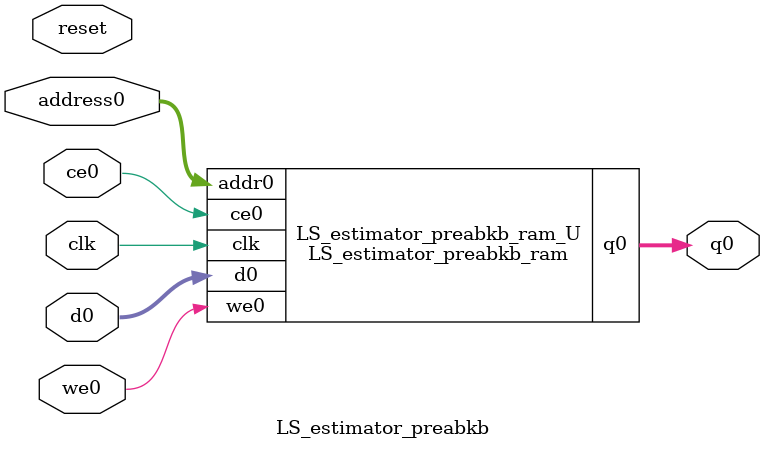
<source format=v>
`timescale 1 ns / 1 ps
module LS_estimator_preabkb_ram (addr0, ce0, d0, we0, q0,  clk);

parameter DWIDTH = 32;
parameter AWIDTH = 6;
parameter MEM_SIZE = 52;

input[AWIDTH-1:0] addr0;
input ce0;
input[DWIDTH-1:0] d0;
input we0;
output reg[DWIDTH-1:0] q0;
input clk;

(* ram_style = "block" *)reg [DWIDTH-1:0] ram[0:MEM_SIZE-1];




always @(posedge clk)  
begin 
    if (ce0) 
    begin
        if (we0) 
        begin 
            ram[addr0] <= d0; 
        end 
        q0 <= ram[addr0];
    end
end


endmodule

`timescale 1 ns / 1 ps
module LS_estimator_preabkb(
    reset,
    clk,
    address0,
    ce0,
    we0,
    d0,
    q0);

parameter DataWidth = 32'd32;
parameter AddressRange = 32'd52;
parameter AddressWidth = 32'd6;
input reset;
input clk;
input[AddressWidth - 1:0] address0;
input ce0;
input we0;
input[DataWidth - 1:0] d0;
output[DataWidth - 1:0] q0;



LS_estimator_preabkb_ram LS_estimator_preabkb_ram_U(
    .clk( clk ),
    .addr0( address0 ),
    .ce0( ce0 ),
    .we0( we0 ),
    .d0( d0 ),
    .q0( q0 ));

endmodule


</source>
